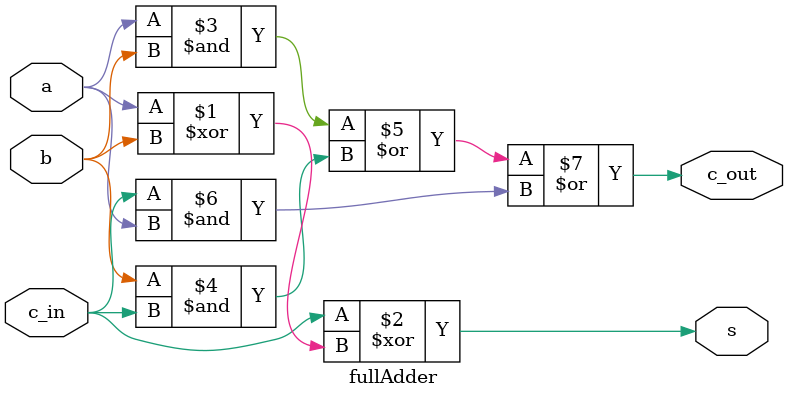
<source format=v>
module part1(a, b, c_in, s, c_out);
	input [3:0] a, b;
	input c_in;
	output [3:0] s, c_out;

	fullAdder FA0(a[0], b[0], c_in, s[0], c_out[0]);
	fullAdder FA1(a[1], b[1], c_out[0], s[1], c_out[1]);
	fullAdder FA2(a[2], b[2], c_out[1], s[2], c_out[2]);
	fullAdder FA3(a[3], b[3], c_out[2], s[3], c_out[3]);
endmodule

module fullAdder(a, b, c_in, s, c_out);
	input a, b, c_in;
	output s, c_out;
	
	assign s = c_in ^ (a ^ b);
	assign c_out = (a & b) | (b & c_in) | (c_in & a);
endmodule
</source>
